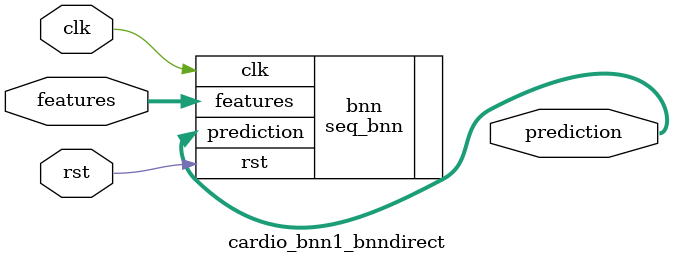
<source format=v>













module cardio_bnn1_bnndirect #(

parameter FEAT_CNT = 19,
parameter HIDDEN_CNT = 40,
parameter FEAT_BITS = 4,
parameter CLASS_CNT = 3,
parameter TEST_CNT = 1000


  ) (
  input clk,
  input rst,
  input [FEAT_CNT*FEAT_BITS-1:0] features,
  output [$clog2(CLASS_CNT)-1:0] prediction
  );

  localparam Weights0 = 760'b0000011011111100100011101010010000101011000001110111011001000001001000110000111101101000110100100011001000110001010010010100000010100011010111011011101110101010101110011100110100000011000000001011000010110101111110000101100111100000111010111101011100000011110111010000010010010110100011110010111010100010011000001100011000110011100010000001000111001010111001010110100000001000000110000111000100001010011111100000111010111000011011010101001110100100001011101110010000010010101000111101011000101100000000011011101000010000000110011110101001111111001000110000000101001000011000101001101010101011101101011010101100110010001111011001000101101100110001101001000010001110101101101101101110101100101111000110001001010100100101000101011100100101010100111101000110101011 ;
  localparam Weights1 = 120'b101010000001111100000011001000100011100111001011000110110011011101101001101001110100101100111001001101110110000110110011 ;

  seq_bnn #(.FEAT_CNT(FEAT_CNT),.FEAT_BITS(FEAT_BITS),.HIDDEN_CNT(HIDDEN_CNT),.CLASS_CNT(CLASS_CNT),.Weights0(Weights0),.Weights1(Weights1)) bnn (
    .clk(clk),
    .rst(rst),
    .features(features),
    .prediction(prediction)
  );

endmodule

</source>
